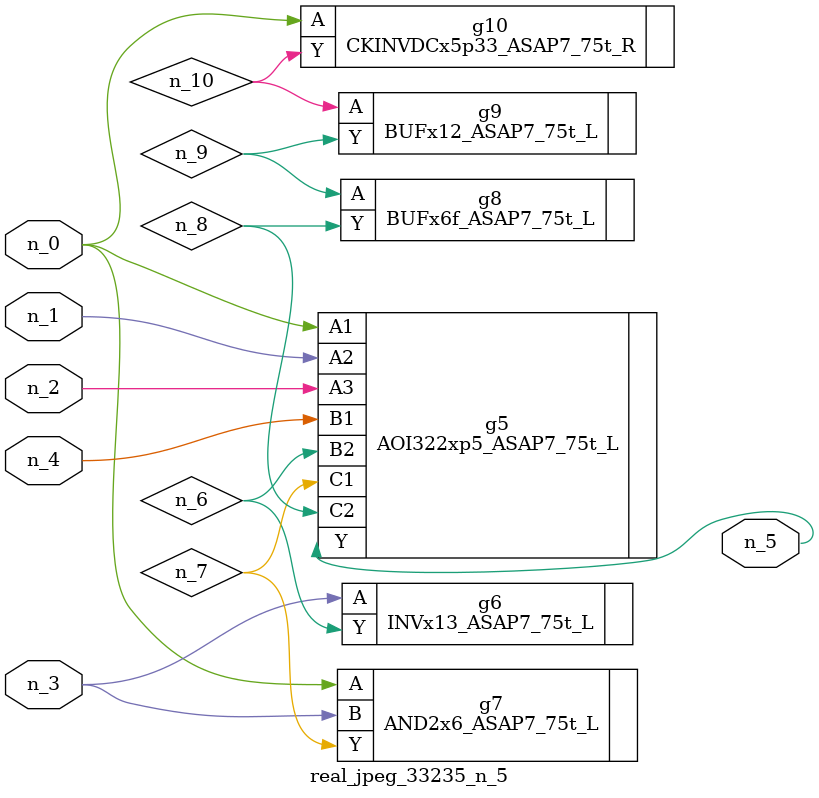
<source format=v>
module real_jpeg_33235_n_5 (n_4, n_0, n_1, n_2, n_3, n_5);

input n_4;
input n_0;
input n_1;
input n_2;
input n_3;

output n_5;

wire n_8;
wire n_6;
wire n_7;
wire n_10;
wire n_9;

AOI322xp5_ASAP7_75t_L g5 ( 
.A1(n_0),
.A2(n_1),
.A3(n_2),
.B1(n_4),
.B2(n_6),
.C1(n_7),
.C2(n_8),
.Y(n_5)
);

AND2x6_ASAP7_75t_L g7 ( 
.A(n_0),
.B(n_3),
.Y(n_7)
);

CKINVDCx5p33_ASAP7_75t_R g10 ( 
.A(n_0),
.Y(n_10)
);

INVx13_ASAP7_75t_L g6 ( 
.A(n_3),
.Y(n_6)
);

BUFx6f_ASAP7_75t_L g8 ( 
.A(n_9),
.Y(n_8)
);

BUFx12_ASAP7_75t_L g9 ( 
.A(n_10),
.Y(n_9)
);


endmodule
</source>
